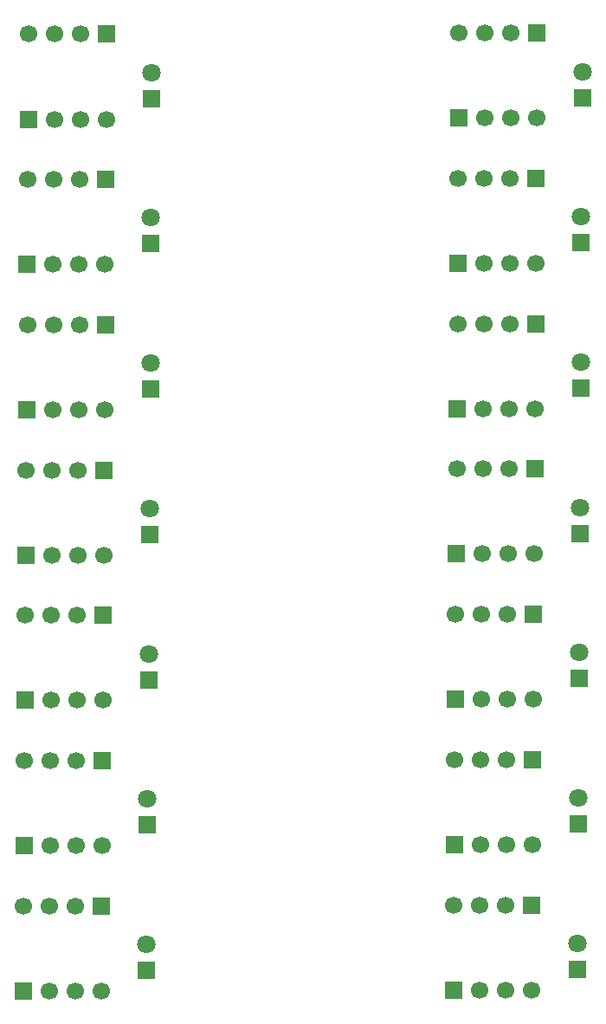
<source format=gbr>
%TF.GenerationSoftware,KiCad,Pcbnew,9.0.6*%
%TF.CreationDate,2025-12-18T22:22:39+05:30*%
%TF.ProjectId,Attiny85_USB_panel,41747469-6e79-4383-955f-5553425f7061,rev?*%
%TF.SameCoordinates,Original*%
%TF.FileFunction,Soldermask,Bot*%
%TF.FilePolarity,Negative*%
%FSLAX46Y46*%
G04 Gerber Fmt 4.6, Leading zero omitted, Abs format (unit mm)*
G04 Created by KiCad (PCBNEW 9.0.6) date 2025-12-18 22:22:39*
%MOMM*%
%LPD*%
G01*
G04 APERTURE LIST*
%ADD10R,1.800000X1.800000*%
%ADD11C,1.800000*%
%ADD12R,1.700000X1.700000*%
%ADD13C,1.700000*%
G04 APERTURE END LIST*
D10*
%TO.C,D3*%
X132450000Y-150690000D03*
D11*
X132450000Y-148150000D03*
%TD*%
D12*
%TO.C,J2*%
X85920000Y-144500000D03*
D13*
X83380000Y-144500000D03*
X80840000Y-144500000D03*
X78300000Y-144500000D03*
%TD*%
D12*
%TO.C,J1*%
X78270000Y-152800000D03*
D13*
X80810000Y-152800000D03*
X83350000Y-152800000D03*
X85890000Y-152800000D03*
%TD*%
D12*
%TO.C,J2*%
X128020000Y-144400000D03*
D13*
X125480000Y-144400000D03*
X122940000Y-144400000D03*
X120400000Y-144400000D03*
%TD*%
D12*
%TO.C,J1*%
X120370000Y-152700000D03*
D13*
X122910000Y-152700000D03*
X125450000Y-152700000D03*
X127990000Y-152700000D03*
%TD*%
D10*
%TO.C,D3*%
X90350000Y-150790000D03*
D11*
X90350000Y-148250000D03*
%TD*%
D10*
%TO.C,D3*%
X132632000Y-122286000D03*
D11*
X132632000Y-119746000D03*
%TD*%
D12*
%TO.C,J2*%
X128102000Y-130196000D03*
D13*
X125562000Y-130196000D03*
X123022000Y-130196000D03*
X120482000Y-130196000D03*
%TD*%
D10*
%TO.C,D3*%
X90432000Y-136586000D03*
D11*
X90432000Y-134046000D03*
%TD*%
D12*
%TO.C,J1*%
X78352000Y-138596000D03*
D13*
X80892000Y-138596000D03*
X83432000Y-138596000D03*
X85972000Y-138596000D03*
%TD*%
D12*
%TO.C,J2*%
X86002000Y-130296000D03*
D13*
X83462000Y-130296000D03*
X80922000Y-130296000D03*
X78382000Y-130296000D03*
%TD*%
D12*
%TO.C,J1*%
X120452000Y-138496000D03*
D13*
X122992000Y-138496000D03*
X125532000Y-138496000D03*
X128072000Y-138496000D03*
%TD*%
D10*
%TO.C,D3*%
X132532000Y-136486000D03*
D11*
X132532000Y-133946000D03*
%TD*%
D12*
%TO.C,J2*%
X86102000Y-116096000D03*
D13*
X83562000Y-116096000D03*
X81022000Y-116096000D03*
X78482000Y-116096000D03*
%TD*%
D12*
%TO.C,J1*%
X78452000Y-124396000D03*
D13*
X80992000Y-124396000D03*
X83532000Y-124396000D03*
X86072000Y-124396000D03*
%TD*%
D12*
%TO.C,J2*%
X128202000Y-115996000D03*
D13*
X125662000Y-115996000D03*
X123122000Y-115996000D03*
X120582000Y-115996000D03*
%TD*%
D12*
%TO.C,J1*%
X120552000Y-124296000D03*
D13*
X123092000Y-124296000D03*
X125632000Y-124296000D03*
X128172000Y-124296000D03*
%TD*%
D10*
%TO.C,D3*%
X90532000Y-122386000D03*
D11*
X90532000Y-119846000D03*
%TD*%
D10*
%TO.C,D3*%
X132832000Y-93886000D03*
D11*
X132832000Y-91346000D03*
%TD*%
D12*
%TO.C,J2*%
X128302000Y-101796000D03*
D13*
X125762000Y-101796000D03*
X123222000Y-101796000D03*
X120682000Y-101796000D03*
%TD*%
D10*
%TO.C,D3*%
X90632000Y-108186000D03*
D11*
X90632000Y-105646000D03*
%TD*%
D12*
%TO.C,J1*%
X78552000Y-110196000D03*
D13*
X81092000Y-110196000D03*
X83632000Y-110196000D03*
X86172000Y-110196000D03*
%TD*%
D12*
%TO.C,J2*%
X86202000Y-101896000D03*
D13*
X83662000Y-101896000D03*
X81122000Y-101896000D03*
X78582000Y-101896000D03*
%TD*%
D12*
%TO.C,J1*%
X120652000Y-110096000D03*
D13*
X123192000Y-110096000D03*
X125732000Y-110096000D03*
X128272000Y-110096000D03*
%TD*%
D10*
%TO.C,D3*%
X132732000Y-108086000D03*
D11*
X132732000Y-105546000D03*
%TD*%
D12*
%TO.C,J2*%
X86302000Y-87696000D03*
D13*
X83762000Y-87696000D03*
X81222000Y-87696000D03*
X78682000Y-87696000D03*
%TD*%
D12*
%TO.C,J1*%
X78652000Y-95996000D03*
D13*
X81192000Y-95996000D03*
X83732000Y-95996000D03*
X86272000Y-95996000D03*
%TD*%
D12*
%TO.C,J2*%
X128402000Y-87596000D03*
D13*
X125862000Y-87596000D03*
X123322000Y-87596000D03*
X120782000Y-87596000D03*
%TD*%
D12*
%TO.C,J1*%
X120752000Y-95896000D03*
D13*
X123292000Y-95896000D03*
X125832000Y-95896000D03*
X128372000Y-95896000D03*
%TD*%
D10*
%TO.C,D3*%
X90732000Y-93986000D03*
D11*
X90732000Y-91446000D03*
%TD*%
D10*
%TO.C,D3*%
X132850000Y-79690000D03*
D11*
X132850000Y-77150000D03*
%TD*%
D12*
%TO.C,J2*%
X86320000Y-73500000D03*
D13*
X83780000Y-73500000D03*
X81240000Y-73500000D03*
X78700000Y-73500000D03*
%TD*%
D12*
%TO.C,J1*%
X78670000Y-81800000D03*
D13*
X81210000Y-81800000D03*
X83750000Y-81800000D03*
X86290000Y-81800000D03*
%TD*%
D12*
%TO.C,J2*%
X128420000Y-73400000D03*
D13*
X125880000Y-73400000D03*
X123340000Y-73400000D03*
X120800000Y-73400000D03*
%TD*%
D12*
%TO.C,J1*%
X120770000Y-81700000D03*
D13*
X123310000Y-81700000D03*
X125850000Y-81700000D03*
X128390000Y-81700000D03*
%TD*%
D10*
%TO.C,D3*%
X90750000Y-79790000D03*
D11*
X90750000Y-77250000D03*
%TD*%
D12*
%TO.C,J2*%
X128520000Y-59200000D03*
D13*
X125980000Y-59200000D03*
X123440000Y-59200000D03*
X120900000Y-59200000D03*
%TD*%
D12*
%TO.C,J1*%
X120870000Y-67500000D03*
D13*
X123410000Y-67500000D03*
X125950000Y-67500000D03*
X128490000Y-67500000D03*
%TD*%
D10*
%TO.C,D3*%
X132950000Y-65490000D03*
D11*
X132950000Y-62950000D03*
%TD*%
D10*
%TO.C,D3*%
X90850000Y-65590000D03*
D11*
X90850000Y-63050000D03*
%TD*%
D12*
%TO.C,J1*%
X78770000Y-67600000D03*
D13*
X81310000Y-67600000D03*
X83850000Y-67600000D03*
X86390000Y-67600000D03*
%TD*%
D12*
%TO.C,J2*%
X86420000Y-59300000D03*
D13*
X83880000Y-59300000D03*
X81340000Y-59300000D03*
X78800000Y-59300000D03*
%TD*%
M02*

</source>
